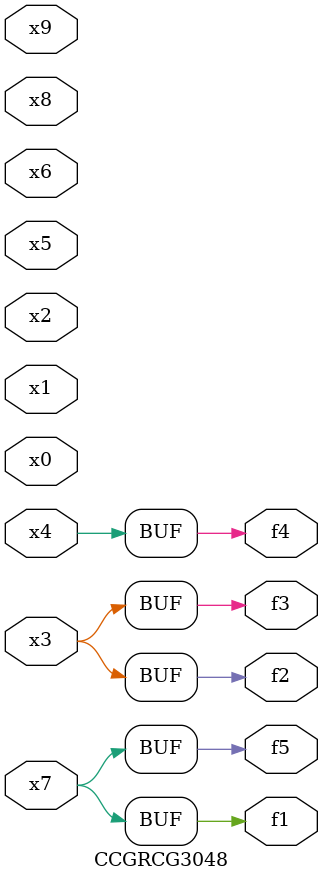
<source format=v>
module CCGRCG3048(
	input x0, x1, x2, x3, x4, x5, x6, x7, x8, x9,
	output f1, f2, f3, f4, f5
);
	assign f1 = x7;
	assign f2 = x3;
	assign f3 = x3;
	assign f4 = x4;
	assign f5 = x7;
endmodule

</source>
